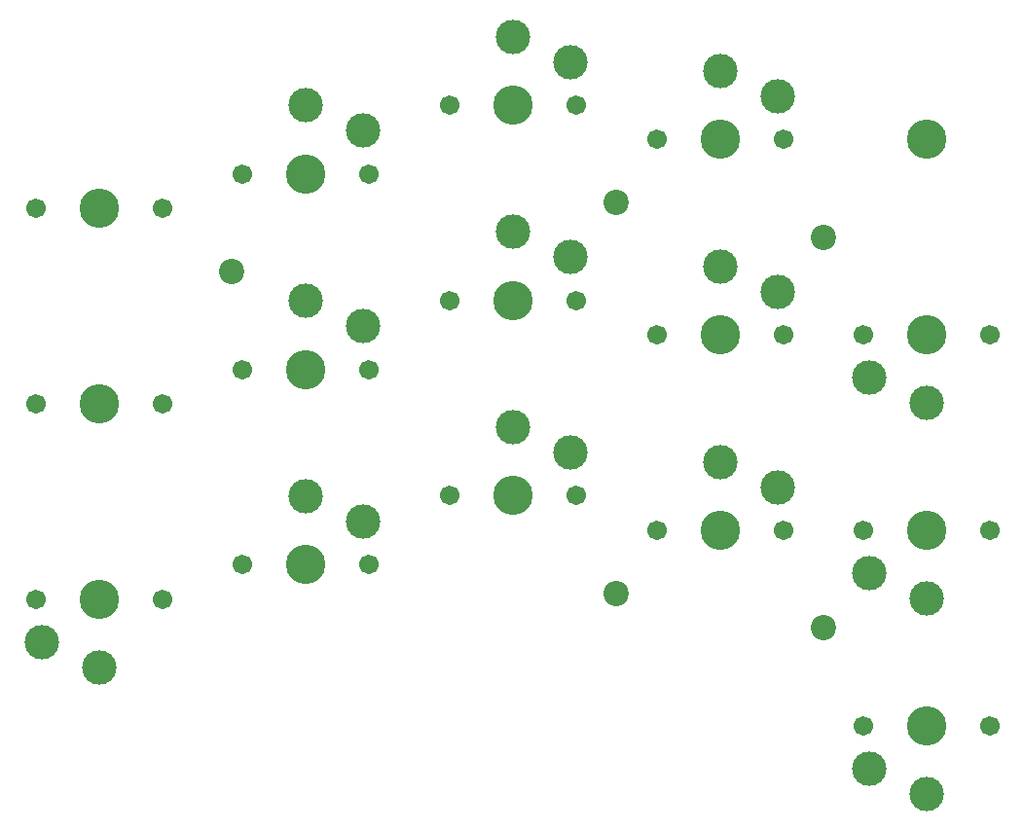
<source format=gbr>
%TF.GenerationSoftware,KiCad,Pcbnew,(7.0.0-0)*%
%TF.CreationDate,2023-06-15T16:08:29+08:00*%
%TF.ProjectId,right,72696768-742e-46b6-9963-61645f706362,v1.0.0*%
%TF.SameCoordinates,Original*%
%TF.FileFunction,NonPlated,1,2,NPTH,Drill*%
%TF.FilePolarity,Positive*%
%FSLAX46Y46*%
G04 Gerber Fmt 4.6, Leading zero omitted, Abs format (unit mm)*
G04 Created by KiCad (PCBNEW (7.0.0-0)) date 2023-06-15 16:08:29*
%MOMM*%
%LPD*%
G01*
G04 APERTURE LIST*
%TA.AperFunction,ComponentDrill*%
%ADD10C,1.701800*%
%TD*%
%TA.AperFunction,ComponentDrill*%
%ADD11C,2.200000*%
%TD*%
%TA.AperFunction,ComponentDrill*%
%ADD12C,3.000000*%
%TD*%
%TA.AperFunction,ComponentDrill*%
%ADD13C,3.429000*%
%TD*%
G04 APERTURE END LIST*
D10*
%TO.C,S1*%
X-5500000Y34000000D03*
%TO.C,S2*%
X-5500000Y17000000D03*
%TO.C,S15*%
X-5500000Y0D03*
%TO.C,S1*%
X5500000Y34000000D03*
%TO.C,S2*%
X5500000Y17000000D03*
%TO.C,S15*%
X5500000Y0D03*
%TO.C,S12*%
X12500000Y37000000D03*
%TO.C,S13*%
X12500000Y20000000D03*
%TO.C,S14*%
X12500000Y3000000D03*
%TO.C,S12*%
X23500000Y37000000D03*
%TO.C,S13*%
X23500000Y20000000D03*
%TO.C,S14*%
X23500000Y3000000D03*
%TO.C,S9*%
X30500000Y43000000D03*
%TO.C,S10*%
X30500000Y26000000D03*
%TO.C,S11*%
X30500000Y9000000D03*
%TO.C,S9*%
X41500000Y43000000D03*
%TO.C,S10*%
X41500000Y26000000D03*
%TO.C,S11*%
X41500000Y9000000D03*
%TO.C,S6*%
X48500000Y40000000D03*
%TO.C,S7*%
X48500000Y23000000D03*
%TO.C,S8*%
X48500000Y6000000D03*
%TO.C,S6*%
X59500000Y40000000D03*
%TO.C,S7*%
X59500000Y23000000D03*
%TO.C,S8*%
X59500000Y6000000D03*
%TO.C,S3*%
X66500000Y23000000D03*
%TO.C,S4*%
X66500000Y6000000D03*
%TO.C,S5*%
X66500000Y-11000000D03*
%TO.C,S3*%
X77500000Y23000000D03*
%TO.C,S4*%
X77500000Y6000000D03*
%TO.C,S5*%
X77500000Y-11000000D03*
D11*
%TO.C,H1*%
X11500000Y28500000D03*
%TO.C,H2*%
X45000000Y34500000D03*
%TO.C,H3*%
X45000000Y500000D03*
%TO.C,H4*%
X63000000Y31500000D03*
%TO.C,H5*%
X63000000Y-2500000D03*
D12*
%TO.C,S15*%
X-5000000Y-3750000D03*
X0Y-5950000D03*
%TO.C,S12*%
X18000000Y42950000D03*
%TO.C,S13*%
X18000000Y25950000D03*
%TO.C,S14*%
X18000000Y8950000D03*
%TO.C,S12*%
X23000000Y40750000D03*
%TO.C,S13*%
X23000000Y23750000D03*
%TO.C,S14*%
X23000000Y6750000D03*
%TO.C,S9*%
X36000000Y48950000D03*
%TO.C,S10*%
X36000000Y31950000D03*
%TO.C,S11*%
X36000000Y14950000D03*
%TO.C,S9*%
X41000000Y46750000D03*
%TO.C,S10*%
X41000000Y29750000D03*
%TO.C,S11*%
X41000000Y12750000D03*
%TO.C,S6*%
X54000000Y45950000D03*
%TO.C,S7*%
X54000000Y28950000D03*
%TO.C,S8*%
X54000000Y11950000D03*
%TO.C,S6*%
X59000000Y43750000D03*
%TO.C,S7*%
X59000000Y26750000D03*
%TO.C,S8*%
X59000000Y9750000D03*
%TO.C,S3*%
X67000000Y19250000D03*
%TO.C,S4*%
X67000000Y2250000D03*
%TO.C,S5*%
X67000000Y-14750000D03*
%TO.C,S3*%
X72000000Y17050000D03*
%TO.C,S4*%
X72000000Y50000D03*
%TO.C,S5*%
X72000000Y-16950000D03*
D13*
%TO.C,S1*%
X0Y34000000D03*
%TO.C,S2*%
X0Y17000000D03*
%TO.C,S15*%
X0Y0D03*
%TO.C,S12*%
X18000000Y37000000D03*
%TO.C,S13*%
X18000000Y20000000D03*
%TO.C,S14*%
X18000000Y3000000D03*
%TO.C,S9*%
X36000000Y43000000D03*
%TO.C,S10*%
X36000000Y26000000D03*
%TO.C,S11*%
X36000000Y9000000D03*
%TO.C,S6*%
X54000000Y40000000D03*
%TO.C,S7*%
X54000000Y23000000D03*
%TO.C,S8*%
X54000000Y6000000D03*
%TO.C,ROT1*%
X72000000Y40000000D03*
%TO.C,S3*%
X72000000Y23000000D03*
%TO.C,S4*%
X72000000Y6000000D03*
%TO.C,S5*%
X72000000Y-11000000D03*
M02*

</source>
